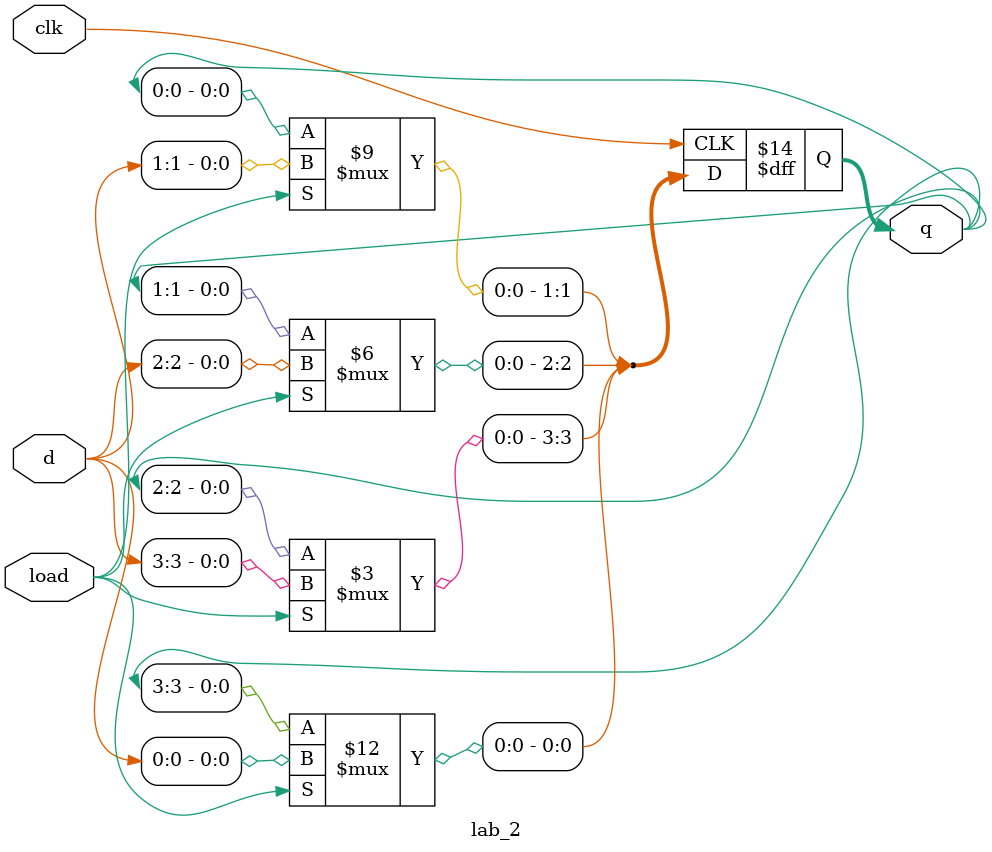
<source format=v>
module lab_2(d,load,clk,q);

	input [3:0]d;
	input load,clk;
	output reg[3:0]q;
	
	always @(posedge clk)
	begin
		if (load)
			q = d;

		else
		begin
			q[0]<=q[3];
			q[1]<=q[0];
			q[2]<=q[1];
			q[3]<=q[2];
		end
	end

endmodule
</source>
